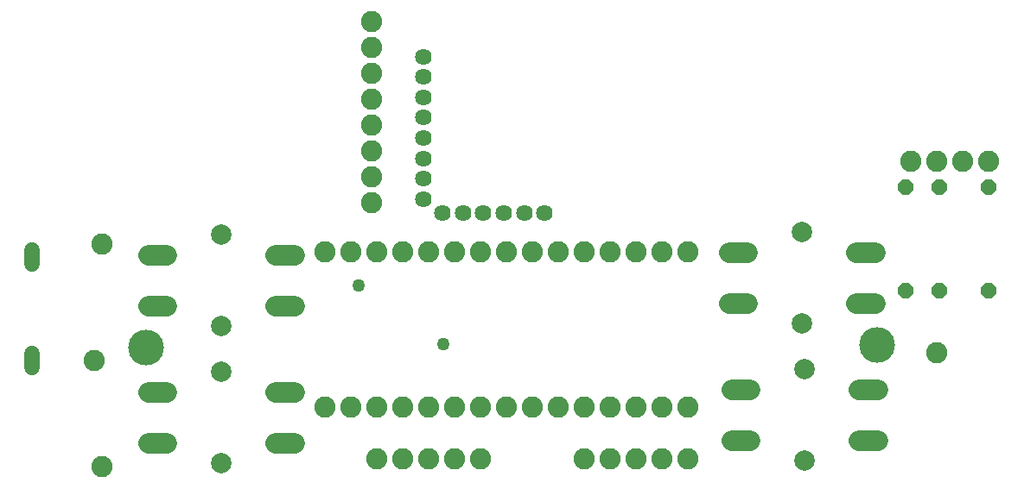
<source format=gbr>
G04 EAGLE Gerber RS-274X export*
G75*
%MOMM*%
%FSLAX34Y34*%
%LPD*%
%INSoldermask Top*%
%IPPOS*%
%AMOC8*
5,1,8,0,0,1.08239X$1,22.5*%
G01*
%ADD10C,2.082800*%
%ADD11C,1.993900*%
%ADD12C,2.006600*%
%ADD13C,3.505200*%
%ADD14C,1.625600*%
%ADD15C,1.524000*%
%ADD16P,1.649562X8X292.500000*%
%ADD17C,1.270000*%


D10*
X309880Y185420D03*
X335280Y185420D03*
X360680Y185420D03*
X386080Y185420D03*
X411480Y185420D03*
X436880Y185420D03*
X462280Y185420D03*
X487680Y185420D03*
X513080Y185420D03*
X538480Y185420D03*
X563880Y185420D03*
X589280Y185420D03*
X614680Y185420D03*
X640080Y185420D03*
X665480Y185420D03*
X665480Y337820D03*
X640080Y337820D03*
X614680Y337820D03*
X589280Y337820D03*
X563880Y337820D03*
X538480Y337820D03*
X513080Y337820D03*
X487680Y337820D03*
X462280Y337820D03*
X436880Y337820D03*
X411480Y337820D03*
X386080Y337820D03*
X360680Y337820D03*
X335280Y337820D03*
X309880Y337820D03*
X360680Y134620D03*
X386080Y134620D03*
X411480Y134620D03*
X436880Y134620D03*
X462280Y134620D03*
X563880Y134620D03*
X589280Y134620D03*
X614680Y134620D03*
X640080Y134620D03*
X665480Y134620D03*
D11*
X279718Y334772D02*
X261811Y334772D01*
X154750Y334772D02*
X136843Y334772D01*
X261811Y284988D02*
X279718Y284988D01*
X154750Y284988D02*
X136843Y284988D01*
D12*
X208280Y354838D03*
X208280Y264922D03*
D11*
X705803Y287528D02*
X723710Y287528D01*
X830771Y287528D02*
X848678Y287528D01*
X723710Y337312D02*
X705803Y337312D01*
X830771Y337312D02*
X848678Y337312D01*
D12*
X777240Y267462D03*
X777240Y357378D03*
D10*
X909320Y238760D03*
X91440Y127000D03*
D11*
X261811Y200152D02*
X279718Y200152D01*
X154750Y200152D02*
X136843Y200152D01*
X261811Y150368D02*
X279718Y150368D01*
X154750Y150368D02*
X136843Y150368D01*
D12*
X208280Y220218D03*
X208280Y130302D03*
D11*
X708343Y152908D02*
X726250Y152908D01*
X833311Y152908D02*
X851218Y152908D01*
X726250Y202692D02*
X708343Y202692D01*
X833311Y202692D02*
X851218Y202692D01*
D12*
X779780Y132842D03*
X779780Y222758D03*
D10*
X83820Y231140D03*
X91440Y345440D03*
D13*
X134620Y243840D03*
X850900Y246380D03*
D10*
X960120Y426720D03*
X934720Y426720D03*
X909320Y426720D03*
X883920Y426720D03*
D14*
X424980Y375920D03*
X444980Y375920D03*
X464980Y375920D03*
X484980Y375920D03*
X504980Y375920D03*
X524980Y375920D03*
D15*
X22860Y339344D02*
X22860Y326136D01*
X22860Y237744D02*
X22860Y224536D01*
D16*
X878840Y401320D03*
X878840Y299720D03*
X911860Y401320D03*
X911860Y299720D03*
X960120Y401320D03*
X960120Y299720D03*
D14*
X406400Y389740D03*
X406400Y409740D03*
X406400Y429740D03*
X406400Y449740D03*
X406400Y469740D03*
X406400Y489740D03*
X406400Y509740D03*
X406400Y529740D03*
D10*
X355600Y386080D03*
X355600Y411480D03*
X355600Y436880D03*
X355600Y462280D03*
X355600Y487680D03*
X355600Y513080D03*
X355600Y538480D03*
X355600Y563880D03*
D17*
X425450Y247650D03*
X342900Y304800D03*
M02*

</source>
